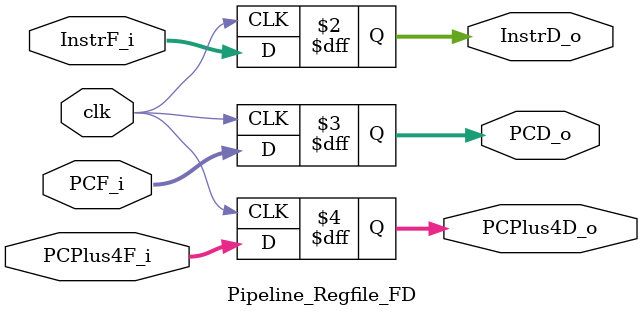
<source format=sv>
module Pipeline_Regfile_FD(
    //INPUTS
    input logic             clk,
    input logic  [31:0]     InstrF_i,
    input logic  [31:0]     PCF_i,
    input logic  [31:0]     PCPlus4F_i,

    //OUTPUTS
    output logic [31:0]      InstrD_o,
    output logic [31:0]      PCD_o,
    output logic [31:0]      PCPlus4D_o
);

always_ff @(posedge clk) begin 
    InstrD_o <= InstrF_i;
    PCD_o <= PCF_i;
    PCPlus4D_o <= PCPlus4F_i;
end

endmodule

</source>
